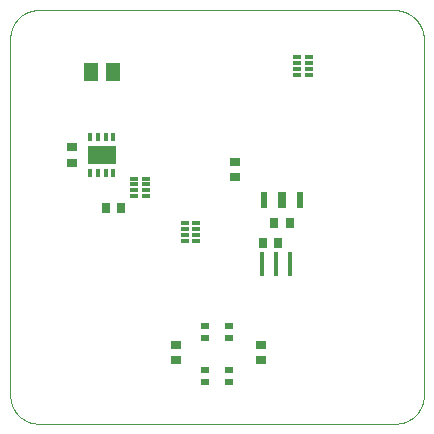
<source format=gbp>
G04 EAGLE Gerber RS-274X export*
G75*
%MOMM*%
%FSLAX35Y35*%
%LPD*%
%INsolder_paste_bottom*%
%IPPOS*%
%AMOC8*
5,1,8,0,0,1.08239X$1,22.5*%
G01*
%ADD10C,0.000000*%
%ADD11R,0.900000X0.700000*%
%ADD12R,0.700000X0.900000*%
%ADD13R,2.400000X1.500000*%
%ADD14R,0.350000X0.650000*%
%ADD15R,1.300000X1.500000*%
%ADD16R,0.400000X2.000000*%
%ADD17R,0.650000X0.300000*%
%ADD18R,0.700000X0.600000*%
%ADD19R,0.570000X1.400000*%
%ADD20R,0.650000X1.400000*%


D10*
X250000Y0D02*
X3250000Y0D01*
X3500000Y225000D02*
X3500000Y3275000D01*
X3225000Y3500000D02*
X250000Y3500000D01*
X0Y3275000D02*
X0Y225000D01*
X0Y3275000D02*
X371Y3280735D01*
X881Y3286460D01*
X1529Y3292170D01*
X2315Y3297864D01*
X3238Y3303536D01*
X4298Y3309185D01*
X5494Y3314806D01*
X6826Y3320397D01*
X8292Y3325954D01*
X9892Y3331474D01*
X11626Y3336954D01*
X13491Y3342390D01*
X15487Y3347780D01*
X17612Y3353120D01*
X19866Y3358406D01*
X22247Y3363637D01*
X24754Y3368809D01*
X27385Y3373919D01*
X30138Y3378963D01*
X33013Y3383940D01*
X36007Y3388846D01*
X39119Y3393678D01*
X42347Y3398433D01*
X45688Y3403109D01*
X49142Y3407703D01*
X52706Y3412212D01*
X56377Y3416633D01*
X60154Y3420965D01*
X64035Y3425204D01*
X68018Y3429348D01*
X72099Y3433395D01*
X76276Y3437342D01*
X80548Y3441186D01*
X84912Y3444927D01*
X89365Y3448561D01*
X93904Y3452086D01*
X98527Y3455500D01*
X103231Y3458802D01*
X108014Y3461989D01*
X112872Y3465060D01*
X117803Y3468012D01*
X122804Y3470844D01*
X127872Y3473555D01*
X133003Y3476142D01*
X138196Y3478605D01*
X143447Y3480942D01*
X148753Y3483150D01*
X154111Y3485230D01*
X159517Y3487180D01*
X164969Y3488999D01*
X170463Y3490686D01*
X175997Y3492239D01*
X181566Y3493658D01*
X187168Y3494942D01*
X192799Y3496090D01*
X198457Y3497102D01*
X204137Y3497977D01*
X209837Y3498715D01*
X215553Y3499314D01*
X221281Y3499775D01*
X227020Y3500098D01*
X232764Y3500282D01*
X238511Y3500327D01*
X244257Y3500233D01*
X250000Y3500000D01*
X3225000Y3500000D02*
X3231143Y3500538D01*
X3237297Y3500926D01*
X3243459Y3501162D01*
X3249625Y3501247D01*
X3255791Y3501180D01*
X3261953Y3500962D01*
X3268109Y3500594D01*
X3274253Y3500074D01*
X3280383Y3499403D01*
X3286494Y3498582D01*
X3292584Y3497612D01*
X3298648Y3496492D01*
X3304682Y3495224D01*
X3310684Y3493808D01*
X3316649Y3492246D01*
X3322574Y3490537D01*
X3328455Y3488684D01*
X3334289Y3486686D01*
X3340072Y3484546D01*
X3345801Y3482265D01*
X3351472Y3479844D01*
X3357083Y3477285D01*
X3362628Y3474588D01*
X3368106Y3471757D01*
X3373512Y3468792D01*
X3378845Y3465694D01*
X3384099Y3462467D01*
X3389273Y3459113D01*
X3394363Y3455632D01*
X3399366Y3452027D01*
X3404279Y3448300D01*
X3409099Y3444454D01*
X3413823Y3440491D01*
X3418449Y3436414D01*
X3422973Y3432224D01*
X3427393Y3427924D01*
X3431706Y3423517D01*
X3435909Y3419005D01*
X3440001Y3414392D01*
X3443978Y3409679D01*
X3447839Y3404871D01*
X3451580Y3399969D01*
X3455199Y3394977D01*
X3458695Y3389897D01*
X3462066Y3384733D01*
X3465309Y3379489D01*
X3468422Y3374166D01*
X3471403Y3368768D01*
X3474251Y3363299D01*
X3476964Y3357761D01*
X3479540Y3352159D01*
X3481978Y3346495D01*
X3484276Y3340773D01*
X3486433Y3334996D01*
X3488448Y3329168D01*
X3490319Y3323292D01*
X3492045Y3317372D01*
X3493626Y3311412D01*
X3495060Y3305415D01*
X3496346Y3299384D01*
X3497484Y3293323D01*
X3498472Y3287237D01*
X3499311Y3281128D01*
X3500000Y3275000D01*
X3500000Y225000D02*
X3499629Y219265D01*
X3499119Y213540D01*
X3498471Y207830D01*
X3497685Y202136D01*
X3496762Y196464D01*
X3495702Y190815D01*
X3494506Y185194D01*
X3493174Y179603D01*
X3491708Y174046D01*
X3490108Y168526D01*
X3488374Y163046D01*
X3486509Y157610D01*
X3484513Y152220D01*
X3482388Y146880D01*
X3480134Y141594D01*
X3477753Y136363D01*
X3475246Y131191D01*
X3472615Y126081D01*
X3469862Y121037D01*
X3466987Y116060D01*
X3463993Y111154D01*
X3460881Y106322D01*
X3457653Y101567D01*
X3454312Y96891D01*
X3450858Y92297D01*
X3447294Y87788D01*
X3443623Y83367D01*
X3439846Y79035D01*
X3435965Y74796D01*
X3431982Y70652D01*
X3427901Y66605D01*
X3423724Y62658D01*
X3419452Y58814D01*
X3415088Y55073D01*
X3410635Y51439D01*
X3406096Y47914D01*
X3401473Y44500D01*
X3396769Y41198D01*
X3391986Y38011D01*
X3387128Y34940D01*
X3382197Y31988D01*
X3377196Y29156D01*
X3372128Y26445D01*
X3366997Y23858D01*
X3361804Y21395D01*
X3356553Y19058D01*
X3351247Y16850D01*
X3345889Y14770D01*
X3340483Y12820D01*
X3335031Y11001D01*
X3329537Y9314D01*
X3324003Y7761D01*
X3318434Y6342D01*
X3312832Y5058D01*
X3307201Y3910D01*
X3301543Y2898D01*
X3295863Y2023D01*
X3290163Y1285D01*
X3284447Y686D01*
X3278719Y225D01*
X3272980Y-98D01*
X3267236Y-282D01*
X3261489Y-327D01*
X3255743Y-233D01*
X3250000Y0D01*
X250000Y0D02*
X244257Y-233D01*
X238511Y-327D01*
X232764Y-282D01*
X227020Y-98D01*
X221281Y225D01*
X215553Y686D01*
X209837Y1285D01*
X204137Y2023D01*
X198457Y2898D01*
X192799Y3910D01*
X187168Y5058D01*
X181566Y6342D01*
X175997Y7761D01*
X170463Y9314D01*
X164969Y11001D01*
X159517Y12820D01*
X154111Y14770D01*
X148753Y16850D01*
X143447Y19058D01*
X138196Y21395D01*
X133003Y23858D01*
X127872Y26445D01*
X122804Y29156D01*
X117803Y31988D01*
X112872Y34940D01*
X108014Y38011D01*
X103231Y41198D01*
X98527Y44500D01*
X93904Y47914D01*
X89365Y51439D01*
X84912Y55073D01*
X80548Y58814D01*
X76276Y62658D01*
X72099Y66605D01*
X68018Y70652D01*
X64035Y74796D01*
X60154Y79035D01*
X56377Y83367D01*
X52706Y87788D01*
X49142Y92297D01*
X45688Y96891D01*
X42347Y101567D01*
X39119Y106322D01*
X36007Y111154D01*
X33013Y116060D01*
X30138Y121037D01*
X27385Y126081D01*
X24754Y131191D01*
X22247Y136363D01*
X19866Y141594D01*
X17612Y146880D01*
X15487Y152220D01*
X13491Y157610D01*
X11626Y163046D01*
X9892Y168526D01*
X8292Y174046D01*
X6826Y179603D01*
X5494Y185194D01*
X4298Y190815D01*
X3238Y196464D01*
X2315Y202136D01*
X1529Y207830D01*
X881Y213540D01*
X371Y219265D01*
X0Y225000D01*
X3225000Y3500000D02*
X3231143Y3500538D01*
X3237297Y3500926D01*
X3243459Y3501162D01*
X3249625Y3501247D01*
X3255791Y3501180D01*
X3261953Y3500962D01*
X3268109Y3500594D01*
X3274253Y3500074D01*
X3280383Y3499403D01*
X3286494Y3498582D01*
X3292584Y3497612D01*
X3298648Y3496492D01*
X3304682Y3495224D01*
X3310684Y3493808D01*
X3316649Y3492246D01*
X3322574Y3490537D01*
X3328455Y3488684D01*
X3334289Y3486686D01*
X3340072Y3484546D01*
X3345801Y3482265D01*
X3351472Y3479844D01*
X3357083Y3477285D01*
X3362628Y3474588D01*
X3368106Y3471757D01*
X3373512Y3468792D01*
X3378845Y3465694D01*
X3384099Y3462467D01*
X3389273Y3459113D01*
X3394363Y3455632D01*
X3399366Y3452027D01*
X3404279Y3448300D01*
X3409099Y3444454D01*
X3413823Y3440491D01*
X3418449Y3436414D01*
X3422973Y3432224D01*
X3427393Y3427924D01*
X3431706Y3423517D01*
X3435909Y3419005D01*
X3440001Y3414392D01*
X3443978Y3409679D01*
X3447839Y3404871D01*
X3451580Y3399969D01*
X3455199Y3394977D01*
X3458695Y3389897D01*
X3462066Y3384733D01*
X3465309Y3379489D01*
X3468422Y3374166D01*
X3471403Y3368768D01*
X3474251Y3363299D01*
X3476964Y3357761D01*
X3479540Y3352159D01*
X3481978Y3346495D01*
X3484276Y3340773D01*
X3486433Y3334996D01*
X3488448Y3329168D01*
X3490319Y3323292D01*
X3492045Y3317372D01*
X3493626Y3311412D01*
X3495060Y3305415D01*
X3496346Y3299384D01*
X3497484Y3293323D01*
X3498472Y3287237D01*
X3499311Y3281128D01*
X3500000Y3275000D01*
X3500000Y225000D02*
X3499629Y219265D01*
X3499119Y213540D01*
X3498471Y207830D01*
X3497685Y202136D01*
X3496762Y196464D01*
X3495702Y190815D01*
X3494506Y185194D01*
X3493174Y179603D01*
X3491708Y174046D01*
X3490108Y168526D01*
X3488374Y163046D01*
X3486509Y157610D01*
X3484513Y152220D01*
X3482388Y146880D01*
X3480134Y141594D01*
X3477753Y136363D01*
X3475246Y131191D01*
X3472615Y126081D01*
X3469862Y121037D01*
X3466987Y116060D01*
X3463993Y111154D01*
X3460881Y106322D01*
X3457653Y101567D01*
X3454312Y96891D01*
X3450858Y92297D01*
X3447294Y87788D01*
X3443623Y83367D01*
X3439846Y79035D01*
X3435965Y74796D01*
X3431982Y70652D01*
X3427901Y66605D01*
X3423724Y62658D01*
X3419452Y58814D01*
X3415088Y55073D01*
X3410635Y51439D01*
X3406096Y47914D01*
X3401473Y44500D01*
X3396769Y41198D01*
X3391986Y38011D01*
X3387128Y34940D01*
X3382197Y31988D01*
X3377196Y29156D01*
X3372128Y26445D01*
X3366997Y23858D01*
X3361804Y21395D01*
X3356553Y19058D01*
X3351247Y16850D01*
X3345889Y14770D01*
X3340483Y12820D01*
X3335031Y11001D01*
X3329537Y9314D01*
X3324003Y7761D01*
X3318434Y6342D01*
X3312832Y5058D01*
X3307201Y3910D01*
X3301543Y2898D01*
X3295863Y2023D01*
X3290163Y1285D01*
X3284447Y686D01*
X3278719Y225D01*
X3272980Y-98D01*
X3267236Y-282D01*
X3261489Y-327D01*
X3255743Y-233D01*
X3250000Y0D01*
X250000Y0D02*
X244257Y-233D01*
X238511Y-327D01*
X232764Y-282D01*
X227020Y-98D01*
X221281Y225D01*
X215553Y686D01*
X209837Y1285D01*
X204137Y2023D01*
X198457Y2898D01*
X192799Y3910D01*
X187168Y5058D01*
X181566Y6342D01*
X175997Y7761D01*
X170463Y9314D01*
X164969Y11001D01*
X159517Y12820D01*
X154111Y14770D01*
X148753Y16850D01*
X143447Y19058D01*
X138196Y21395D01*
X133003Y23858D01*
X127872Y26445D01*
X122804Y29156D01*
X117803Y31988D01*
X112872Y34940D01*
X108014Y38011D01*
X103231Y41198D01*
X98527Y44500D01*
X93904Y47914D01*
X89365Y51439D01*
X84912Y55073D01*
X80548Y58814D01*
X76276Y62658D01*
X72099Y66605D01*
X68018Y70652D01*
X64035Y74796D01*
X60154Y79035D01*
X56377Y83367D01*
X52706Y87788D01*
X49142Y92297D01*
X45688Y96891D01*
X42347Y101567D01*
X39119Y106322D01*
X36007Y111154D01*
X33013Y116060D01*
X30138Y121037D01*
X27385Y126081D01*
X24754Y131191D01*
X22247Y136363D01*
X19866Y141594D01*
X17612Y146880D01*
X15487Y152220D01*
X13491Y157610D01*
X11626Y163046D01*
X9892Y168526D01*
X8292Y174046D01*
X6826Y179603D01*
X5494Y185194D01*
X4298Y190815D01*
X3238Y196464D01*
X2315Y202136D01*
X1529Y207830D01*
X881Y213540D01*
X371Y219265D01*
X0Y225000D01*
D11*
X525000Y2210000D03*
X525000Y2340000D03*
D12*
X2135000Y1525000D03*
X2265000Y1525000D03*
X940000Y1825000D03*
X810000Y1825000D03*
D13*
X775000Y2275000D03*
D14*
X872500Y2120000D03*
X807500Y2120000D03*
X742500Y2120000D03*
X677500Y2120000D03*
X872500Y2430000D03*
X807500Y2430000D03*
X742500Y2430000D03*
X677500Y2430000D03*
D15*
X680000Y2975000D03*
X870000Y2975000D03*
D16*
X2370000Y1350000D03*
X2250000Y1350000D03*
X2130000Y1350000D03*
D11*
X1900000Y2085000D03*
X1900000Y2215000D03*
D12*
X2365000Y1700000D03*
X2235000Y1700000D03*
D17*
X1475000Y1550000D03*
X1475000Y1600000D03*
X1475000Y1650000D03*
X1475000Y1700000D03*
X1575000Y1700000D03*
X1575000Y1650000D03*
X1575000Y1600000D03*
X1575000Y1550000D03*
X1150000Y2075000D03*
X1150000Y2025000D03*
X1150000Y1975000D03*
X1150000Y1925000D03*
X1050000Y1925000D03*
X1050000Y1975000D03*
X1050000Y2025000D03*
X1050000Y2075000D03*
X2425000Y2950000D03*
X2425000Y3000000D03*
X2425000Y3050000D03*
X2425000Y3100000D03*
X2525000Y3100000D03*
X2525000Y3050000D03*
X2525000Y3000000D03*
X2525000Y2950000D03*
D11*
X1400000Y665000D03*
X1400000Y535000D03*
X2125000Y665000D03*
X2125000Y535000D03*
D18*
X1650000Y350000D03*
X1650000Y450000D03*
X1650000Y825000D03*
X1650000Y725000D03*
X1850000Y350000D03*
X1850000Y450000D03*
X1850000Y825000D03*
X1850000Y725000D03*
D19*
X2450000Y1893500D03*
X2150000Y1893500D03*
D20*
X2300000Y1893500D03*
M02*

</source>
